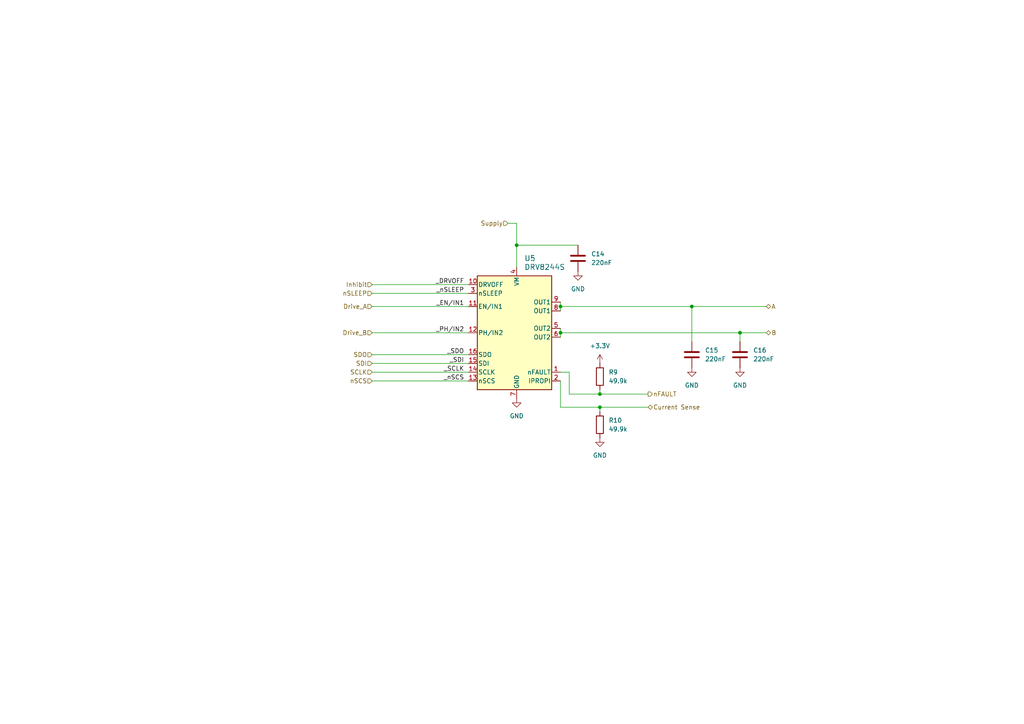
<source format=kicad_sch>
(kicad_sch (version 20231120) (generator "eeschema") (generator_version "8.0")
  (paper "A4")
  (lib_symbols
    (symbol "Frank PartDB Library:CR0402AFX-4992GAS" (pin_numbers hide) (pin_names (offset 0))
      (property "Reference" "R" (at 2.032 0 90))
      (property "Value" "49.9k" (at 0 0 90))
      (symbol "CR0402AFX-4992GAS_0_1"
        (rectangle (start -1.016 -2.54) (end 1.016 2.54) (stroke (width 0.254)))
      )
      (symbol "CR0402AFX-4992GAS_1_1"
        (pin passive line (at 0 3.81 270) (length 1.27) (name "~") (number "1"))
        (pin passive line (at 0 -3.81 90) (length 1.27) (name "~") (number "2"))
      )
    )
    (symbol "Frank PartDB Library:DRV8244SQRYJRQ1" (pin_names (offset 0.254)) (exclude_from_sim yes)
      (property "Reference" "U" (at -1.27 24.13 0))
      (property "Value" "DRV8244S" (at 7.62 21.59 0))
      (symbol "DRV8244SQRYJRQ1_0_1"
        (rectangle (start -24.13 25.4) (end -2.54 -7.62) (stroke (width 0.254)) (fill (type background)))
      )
      (symbol "DRV8244SQRYJRQ1_1_1"
        (pin output line (at 0 -2.54 180) (length 2.54) (name "nFAULT") (number "1"))
        (pin input line (at -26.67 22.86 0) (length 2.54) (name "DRVOFF") (number "10"))
        (pin input line (at -26.67 16.51 0) (length 2.54) (name "EN/IN1") (number "11"))
        (pin input line (at -26.67 8.89 0) (length 2.54) (name "PH/IN2") (number "12"))
        (pin input line (at -26.67 -5.08 0) (length 2.54) (name "nSCS") (number "13"))
        (pin input line (at -26.67 -2.54 0) (length 2.54) (name "SCLK") (number "14"))
        (pin input line (at -26.67 0 0) (length 2.54) (name "SDI") (number "15"))
        (pin output line (at -26.67 2.54 0) (length 2.54) (name "SDO") (number "16"))
        (pin bidirectional line (at 0 -5.08 180) (length 2.54) (name "IPROPI") (number "2"))
        (pin input line (at -26.67 20.32 0) (length 2.54) (name "nSLEEP") (number "3"))
        (pin power_in line (at -12.7 27.94 270) (length 2.54) (name "VM") (number "4"))
        (pin output line (at 0 10.16 180) (length 2.54) (name "OUT2") (number "5"))
        (pin output line (at 0 7.62 180) (length 2.54) (name "OUT2") (number "6"))
        (pin power_out line (at -12.7 -10.16 90) (length 2.54) (name "GND") (number "7"))
        (pin output line (at 0 15.24 180) (length 2.54) (name "OUT1") (number "8"))
        (pin output line (at 0 17.78 180) (length 2.54) (name "OUT1") (number "9"))
      )
    )
    (symbol "frank_partdb:GCM188R71H224KA64D" (pin_numbers hide) (pin_names (offset 0.254)) (exclude_from_sim yes)
      (property "Reference" "C" (at 0.635 2.54 0))
      (property "Value" "220nF" (at 0.635 -2.54 0))
      (symbol "GCM188R71H224KA64D_0_1"
        (polyline (pts (xy -2.032 -0.762) (xy 2.032 -0.762)) (stroke (width 0.508)))
        (polyline (pts (xy -2.032 0.762) (xy 2.032 0.762)) (stroke (width 0.508)))
      )
      (symbol "GCM188R71H224KA64D_1_1"
        (pin passive line (at 0 3.81 270) (length 2.794) (name "~") (number "1"))
        (pin passive line (at 0 -3.81 90) (length 2.794) (name "~") (number "2"))
      )
    )
    (symbol "power:+3.3V" (power) (pin_numbers hide) (pin_names (offset 0) hide)
      (property "Value" "+3.3V" (at 0 3.556 0))
      (symbol "+3.3V_0_1"
        (polyline (pts (xy -0.762 1.27) (xy 0 2.54)))
        (polyline (pts (xy 0 0) (xy 0 2.54)))
        (polyline (pts (xy 0 2.54) (xy 0.762 1.27)))
      )
      (symbol "+3.3V_1_1"
        (pin power_in line (at 0 0 90) (length 0) (name "~") (number "1"))
      )
    )
    (symbol "power:GND" (power) (pin_numbers hide) (pin_names (offset 0) hide)
      (property "Value" "GND" (at 0 -3.81 0))
      (symbol "GND_0_1"
        (polyline (pts (xy 0 0) (xy 0 -1.27) (xy 1.27 -1.27) (xy 0 -2.54) (xy -1.27 -1.27) (xy 0 -1.27)))
      )
      (symbol "GND_1_1"
        (pin power_in line (at 0 0 270) (length 0) (name "~") (number "1"))
      )
    )
  )
  (junction (at 200.66 88.9))
  (junction (at 214.63 96.52))
  (junction (at 173.99 114.3))
  (junction (at 173.99 118.11))
  (junction (at 162.56 96.52))
  (junction (at 162.56 88.9))
  (junction (at 149.86 71.12))
  (wire (pts (xy 200.66 88.9) (xy 222.25 88.9)))
  (wire (pts (xy 107.95 82.55) (xy 135.89 82.55)))
  (wire (pts (xy 173.99 118.11) (xy 162.56 118.11)))
  (wire (pts (xy 173.99 114.3) (xy 165.1 114.3)))
  (wire (pts (xy 149.86 71.12) (xy 167.64 71.12)))
  (wire (pts (xy 107.95 102.87) (xy 135.89 102.87)))
  (wire (pts (xy 107.95 88.9) (xy 135.89 88.9)))
  (wire (pts (xy 107.95 110.49) (xy 135.89 110.49)))
  (wire (pts (xy 149.86 71.12) (xy 149.86 77.47)))
  (wire (pts (xy 162.56 87.63) (xy 162.56 88.9)))
  (wire (pts (xy 165.1 114.3) (xy 165.1 107.95)))
  (wire (pts (xy 162.56 88.9) (xy 162.56 90.17)))
  (wire (pts (xy 107.95 85.09) (xy 135.89 85.09)))
  (wire (pts (xy 165.1 107.95) (xy 162.56 107.95)))
  (wire (pts (xy 162.56 118.11) (xy 162.56 110.49)))
  (wire (pts (xy 173.99 113.03) (xy 173.99 114.3)))
  (wire (pts (xy 214.63 96.52) (xy 214.63 99.06)))
  (wire (pts (xy 162.56 88.9) (xy 200.66 88.9)))
  (wire (pts (xy 162.56 96.52) (xy 214.63 96.52)))
  (wire (pts (xy 173.99 114.3) (xy 187.96 114.3)))
  (wire (pts (xy 214.63 96.52) (xy 222.25 96.52)))
  (wire (pts (xy 173.99 119.38) (xy 173.99 118.11)))
  (wire (pts (xy 107.95 107.95) (xy 135.89 107.95)))
  (wire (pts (xy 149.86 64.77) (xy 149.86 71.12)))
  (wire (pts (xy 162.56 96.52) (xy 162.56 97.79)))
  (wire (pts (xy 107.95 105.41) (xy 135.89 105.41)))
  (wire (pts (xy 187.96 118.11) (xy 173.99 118.11)))
  (wire (pts (xy 107.95 96.52) (xy 135.89 96.52)))
  (wire (pts (xy 162.56 95.25) (xy 162.56 96.52)))
  (wire (pts (xy 200.66 88.9) (xy 200.66 99.06)))
  (wire (pts (xy 147.32 64.77) (xy 149.86 64.77)))
  (label "_PH{slash}IN2" (at 134.62 96.52 180))
  (label "_SCLK" (at 134.62 107.95 180))
  (label "_DRVOFF" (at 134.62 82.55 180))
  (label "_SDO" (at 134.62 102.87 180))
  (label "_EN{slash}IN1" (at 134.62 88.9 180))
  (label "_SDI" (at 134.62 105.41 180))
  (label "_nSCS" (at 134.62 110.49 180))
  (label "_nSLEEP" (at 134.62 85.09 180))
  (hierarchical_label "SDI" (shape input) (at 107.95 105.41 180))
  (hierarchical_label "Drive_A" (shape input) (at 107.95 88.9 180))
  (hierarchical_label "A" (shape tri_state) (at 222.25 88.9 0))
  (hierarchical_label "B" (shape tri_state) (at 222.25 96.52 0))
  (hierarchical_label "Inhibit" (shape input) (at 107.95 82.55 180))
  (hierarchical_label "nSLEEP" (shape input) (at 107.95 85.09 180))
  (hierarchical_label "nFAULT" (shape output) (at 187.96 114.3 0))
  (hierarchical_label "Drive_B" (shape input) (at 107.95 96.52 180))
  (hierarchical_label "SDO" (shape input) (at 107.95 102.87 180))
  (hierarchical_label "SCLK" (shape input) (at 107.95 107.95 180))
  (hierarchical_label "Current Sense" (shape bidirectional) (at 187.96 118.11 0))
  (hierarchical_label "Supply" (shape input) (at 147.32 64.77 180))
  (hierarchical_label "nSCS" (shape input) (at 107.95 110.49 180))
  (symbol (lib_id "power:GND") (at 149.86 115.57 0) (unit 1)
    (property "Reference" "#PWR0128" (effects (hide yes)))
    (property "Value" "GND" (at 149.86 120.65 0))
    (property "Description" "Power symbol creates a global label with name \"GND\" , ground" (effects (hide yes)))
  )
  (symbol (lib_id "Frank PartDB Library:DRV8244SQRYJRQ1") (at 162.56 105.41 0) (unit 1) (exclude_from_sim yes)
    (property "Reference" "U5" (at 152.0541 74.93 0) (effects (font (size 1.524 1.524)) (justify left)))
    (property "Value" "DRV8244S" (at 152.0541 77.47 0) (effects (font (size 1.524 1.524)) (justify left)))
    (property "Footprint" "PCM_PartyWagon112_VQFN:VQFN-16_RYJ_TEX" (effects (hide yes)))
    (property "Datasheet" "http://partdb.franks.dascheese.online/en/part/8/info" (effects (hide yes)))
    (property "Description" "Bipolar, Unipolar Motor Driver Bi-CMOS PWM, SPI 16-VQFN-HR (3x6)" (effects (hide yes)))
    (property "Category" "Drivers/Bridge" (effects (hide yes)))
    (property "MPN" "DRV8244SQRYJRQ1" (effects (hide yes)))
    (property "Manufacturer" "Texas Instruments" (effects (hide yes)))
    (property "Manufacturing Status" "Active" (effects (hide yes)))
    (property "Part-DB Footprint" "16-VQFN-HR (3x6)" (effects (hide yes)))
    (property "Part-DB ID" "8" (effects (hide yes)))
  )
  (symbol (lib_id "frank_partdb:GCM188R71H224KA64D") (at 200.66 102.87 0) (unit 1) (exclude_from_sim yes)
    (property "Reference" "C15" (at 204.47 101.5999 0) (effects (justify left)))
    (property "Value" "220nF" (at 204.47 104.1399 0) (effects (justify left)))
    (property "Footprint" "Capacitor_SMD:C_0603_1608Metric" (effects (hide yes)))
    (property "Datasheet" "http://partdb.franks.dascheese.online/en/part/56/info" (effects (hide yes)))
    (property "Description" "0.22 µF ±10% 50V Ceramic Capacitor X7R 0603 (1608 Metric)" (effects (hide yes)))
    (property "Category" "Capacitors/MLCC" (effects (hide yes)))
    (property "MPN" "GCM188R71H224KA64D" (effects (hide yes)))
    (property "Manufacturer" "Murata Electronics" (effects (hide yes)))
    (property "Manufacturing Status" "Active" (effects (hide yes)))
    (property "Part-DB ID" "56" (effects (hide yes)))
  )
  (symbol (lib_id "power:GND") (at 167.64 78.74 0) (unit 1)
    (property "Reference" "#PWR0125" (effects (hide yes)))
    (property "Value" "GND" (at 167.64 83.82 0))
    (property "Description" "Power symbol creates a global label with name \"GND\" , ground" (effects (hide yes)))
  )
  (symbol (lib_id "power:GND") (at 200.66 106.68 0) (unit 1)
    (property "Reference" "#PWR0123" (effects (hide yes)))
    (property "Value" "GND" (at 200.66 111.76 0))
    (property "Description" "Power symbol creates a global label with name \"GND\" , ground" (effects (hide yes)))
  )
  (symbol (lib_id "Frank PartDB Library:CR0402AFX-4992GAS") (at 173.99 123.19 0) (unit 1)
    (property "Reference" "R10" (at 176.53 121.9199 0) (effects (justify left)))
    (property "Value" "49.9k" (at 176.53 124.4599 0) (effects (justify left)))
    (property "Footprint" "Resistor_SMD:R_0402_1005Metric" (effects (hide yes)))
    (property "Datasheet" "http://partdb.franks.dascheese.online/en/part/32/info" (effects (hide yes)))
    (property "Description" "49.9 kOhms ±1% 0.063W, 1/16W Chip Resistor 0402 (1005 Metric) Anti-Sulfur, Automotive AEC-Q200, Moisture Resistant Thick Film" (effects (hide yes)))
    (property "Category" "Resistors" (effects (hide yes)))
    (property "MPN" "CR0402AFX-4992GAS" (effects (hide yes)))
    (property "Manufacturer" "Bourns Inc." (effects (hide yes)))
    (property "Manufacturing Status" "Active" (effects (hide yes)))
    (property "Part-DB Footprint" "0402" (effects (hide yes)))
    (property "Part-DB ID" "32" (effects (hide yes)))
  )
  (symbol (lib_id "Frank PartDB Library:CR0402AFX-4992GAS") (at 173.99 109.22 0) (unit 1)
    (property "Reference" "R9" (at 176.53 107.9499 0) (effects (justify left)))
    (property "Value" "49.9k" (at 176.53 110.4899 0) (effects (justify left)))
    (property "Footprint" "Resistor_SMD:R_0402_1005Metric" (effects (hide yes)))
    (property "Datasheet" "http://partdb.franks.dascheese.online/en/part/32/info" (effects (hide yes)))
    (property "Description" "49.9 kOhms ±1% 0.063W, 1/16W Chip Resistor 0402 (1005 Metric) Anti-Sulfur, Automotive AEC-Q200, Moisture Resistant Thick Film" (effects (hide yes)))
    (property "Category" "Resistors" (effects (hide yes)))
    (property "MPN" "CR0402AFX-4992GAS" (effects (hide yes)))
    (property "Manufacturer" "Bourns Inc." (effects (hide yes)))
    (property "Manufacturing Status" "Active" (effects (hide yes)))
    (property "Part-DB Footprint" "0402" (effects (hide yes)))
    (property "Part-DB ID" "32" (effects (hide yes)))
  )
  (symbol (lib_id "frank_partdb:GCM188R71H224KA64D") (at 214.63 102.87 0) (unit 1) (exclude_from_sim yes)
    (property "Reference" "C16" (at 218.44 101.5999 0) (effects (justify left)))
    (property "Value" "220nF" (at 218.44 104.1399 0) (effects (justify left)))
    (property "Footprint" "Capacitor_SMD:C_0603_1608Metric" (effects (hide yes)))
    (property "Datasheet" "http://partdb.franks.dascheese.online/en/part/56/info" (effects (hide yes)))
    (property "Description" "0.22 µF ±10% 50V Ceramic Capacitor X7R 0603 (1608 Metric)" (effects (hide yes)))
    (property "Category" "Capacitors/MLCC" (effects (hide yes)))
    (property "MPN" "GCM188R71H224KA64D" (effects (hide yes)))
    (property "Manufacturer" "Murata Electronics" (effects (hide yes)))
    (property "Manufacturing Status" "Active" (effects (hide yes)))
    (property "Part-DB ID" "56" (effects (hide yes)))
  )
  (symbol (lib_id "power:GND") (at 214.63 106.68 0) (unit 1)
    (property "Reference" "#PWR0124" (effects (hide yes)))
    (property "Value" "GND" (at 214.63 111.76 0))
    (property "Description" "Power symbol creates a global label with name \"GND\" , ground" (effects (hide yes)))
  )
  (symbol (lib_id "power:GND") (at 173.99 127 0) (unit 1)
    (property "Reference" "#PWR0126" (effects (hide yes)))
    (property "Value" "GND" (at 173.99 132.08 0))
    (property "Description" "Power symbol creates a global label with name \"GND\" , ground" (effects (hide yes)))
  )
  (symbol (lib_id "frank_partdb:GCM188R71H224KA64D") (at 167.64 74.93 0) (unit 1) (exclude_from_sim yes)
    (property "Reference" "C14" (at 171.45 73.6599 0) (effects (justify left)))
    (property "Value" "220nF" (at 171.45 76.1999 0) (effects (justify left)))
    (property "Footprint" "Capacitor_SMD:C_0603_1608Metric" (effects (hide yes)))
    (property "Datasheet" "http://partdb.franks.dascheese.online/en/part/56/info" (effects (hide yes)))
    (property "Description" "0.22 µF ±10% 50V Ceramic Capacitor X7R 0603 (1608 Metric)" (effects (hide yes)))
    (property "Category" "Capacitors/MLCC" (effects (hide yes)))
    (property "MPN" "GCM188R71H224KA64D" (effects (hide yes)))
    (property "Manufacturer" "Murata Electronics" (effects (hide yes)))
    (property "Manufacturing Status" "Active" (effects (hide yes)))
    (property "Part-DB ID" "56" (effects (hide yes)))
  )
  (symbol (lib_id "power:+3.3V") (at 173.99 105.41 0) (unit 1)
    (property "Reference" "#PWR0127" (effects (hide yes)))
    (property "Value" "+3.3V" (at 173.99 100.33 0))
    (property "Description" "Power symbol creates a global label with name \"+3.3V\"" (effects (hide yes)))
  )
)
</source>
